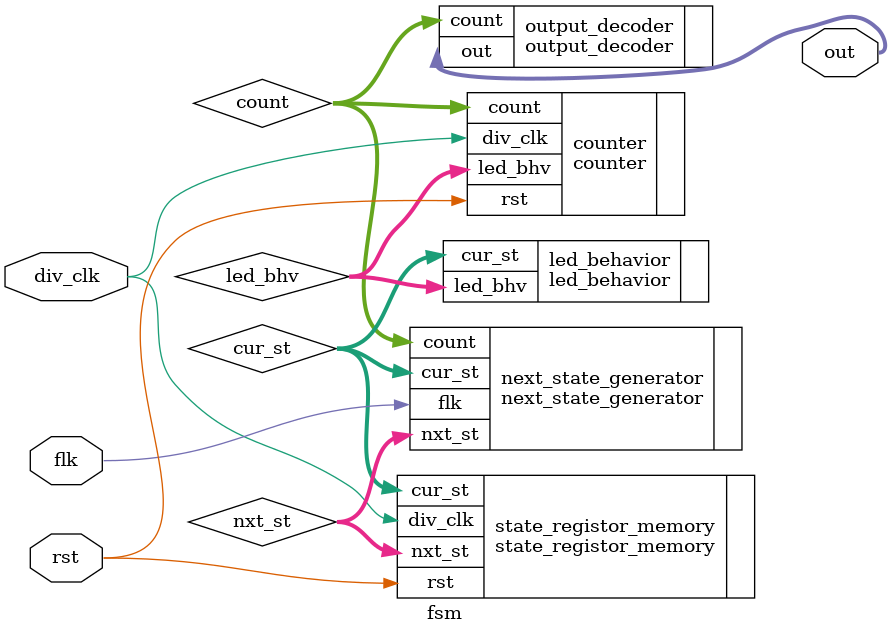
<source format=sv>
module fsm(
    input wire div_clk,
    input wire flk,
    input wire rst,
    output reg [15:0] out
    );
    
    logic [2:0] cur_st;
    logic [4:0] count;
    logic [2:0] nxt_st;
    logic [1:0] led_bhv;
    
    next_state_generator next_state_generator(.cur_st(cur_st), .count(count), .flk(flk), .nxt_st(nxt_st));
    state_registor_memory state_registor_memory (.nxt_st(nxt_st), .div_clk(div_clk), .rst(rst), .cur_st(cur_st));
    led_behavior led_behavior(.cur_st(cur_st), .led_bhv(led_bhv));
    counter counter(.led_bhv(led_bhv), .div_clk(div_clk), .rst(rst), .count(count));
    output_decoder output_decoder(.count(count), .out(out));
endmodule

</source>
